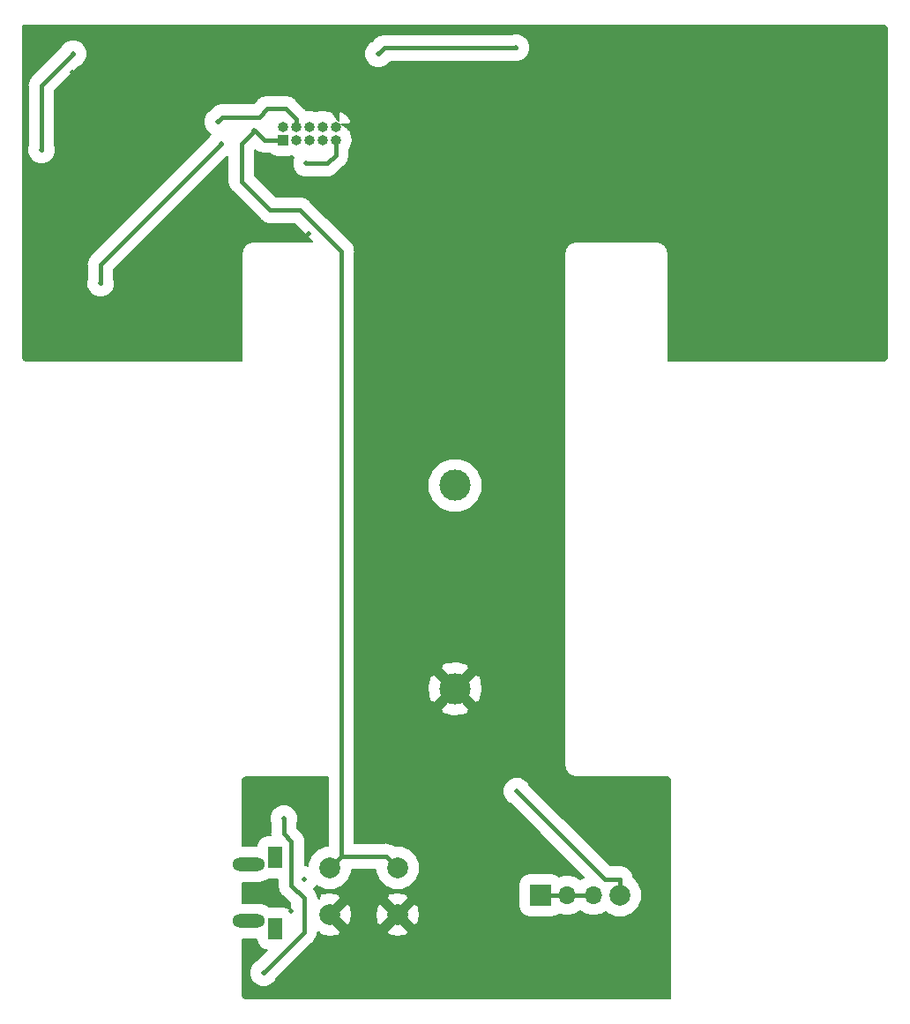
<source format=gbr>
G04 #@! TF.GenerationSoftware,KiCad,Pcbnew,(5.0.0)*
G04 #@! TF.CreationDate,2020-03-01T19:28:45-05:00*
G04 #@! TF.ProjectId,WS2812B Tiny T,575332383132422054696E7920542E6B,rev?*
G04 #@! TF.SameCoordinates,Original*
G04 #@! TF.FileFunction,Copper,L2,Bot,Signal*
G04 #@! TF.FilePolarity,Positive*
%FSLAX46Y46*%
G04 Gerber Fmt 4.6, Leading zero omitted, Abs format (unit mm)*
G04 Created by KiCad (PCBNEW (5.0.0)) date 03/01/20 19:28:45*
%MOMM*%
%LPD*%
G01*
G04 APERTURE LIST*
G04 #@! TA.AperFunction,ComponentPad*
%ADD10C,3.000000*%
G04 #@! TD*
G04 #@! TA.AperFunction,ComponentPad*
%ADD11C,2.000000*%
G04 #@! TD*
G04 #@! TA.AperFunction,ComponentPad*
%ADD12O,1.700000X1.700000*%
G04 #@! TD*
G04 #@! TA.AperFunction,ComponentPad*
%ADD13R,2.000000X2.000000*%
G04 #@! TD*
G04 #@! TA.AperFunction,ComponentPad*
%ADD14O,1.000000X1.000000*%
G04 #@! TD*
G04 #@! TA.AperFunction,ComponentPad*
%ADD15R,1.000000X1.000000*%
G04 #@! TD*
G04 #@! TA.AperFunction,ComponentPad*
%ADD16O,3.150000X1.300000*%
G04 #@! TD*
G04 #@! TA.AperFunction,ComponentPad*
%ADD17R,1.400000X2.000000*%
G04 #@! TD*
G04 #@! TA.AperFunction,ViaPad*
%ADD18C,0.500000*%
G04 #@! TD*
G04 #@! TA.AperFunction,Conductor*
%ADD19C,0.400000*%
G04 #@! TD*
G04 #@! TA.AperFunction,Conductor*
%ADD20C,0.200000*%
G04 #@! TD*
G04 APERTURE END LIST*
D10*
G04 #@! TO.P,J1,1*
G04 #@! TO.N,GND*
X127512000Y-121412000D03*
G04 #@! TO.P,J1,2*
G04 #@! TO.N,Net-(D1-Pad2)*
X127512000Y-101912000D03*
G04 #@! TD*
D11*
G04 #@! TO.P,SW1,1*
G04 #@! TO.N,BTN*
X122000000Y-138622000D03*
G04 #@! TO.P,SW1,2*
G04 #@! TO.N,GND*
X122000000Y-143122000D03*
G04 #@! TO.P,SW1,1*
G04 #@! TO.N,BTN*
X115500000Y-138622000D03*
G04 #@! TO.P,SW1,2*
G04 #@! TO.N,GND*
X115500000Y-143122000D03*
G04 #@! TD*
G04 #@! TO.P,SW2,4*
G04 #@! TO.N,+5V*
X143370000Y-141250000D03*
D12*
G04 #@! TO.P,SW2,3*
G04 #@! TO.N,VIN_Switch*
X140830000Y-141250000D03*
G04 #@! TO.P,SW2,2*
X138290000Y-141250000D03*
D13*
G04 #@! TO.P,SW2,1*
X135750000Y-141250000D03*
G04 #@! TD*
D14*
G04 #@! TO.P,J2,10*
G04 #@! TO.N,GND*
X116060000Y-67480000D03*
G04 #@! TO.P,J2,9*
G04 #@! TO.N,PB0*
X116060000Y-68750000D03*
G04 #@! TO.P,J2,8*
G04 #@! TO.N,N/C*
X114790000Y-67480000D03*
G04 #@! TO.P,J2,7*
G04 #@! TO.N,+5V*
X114790000Y-68750000D03*
G04 #@! TO.P,J2,6*
G04 #@! TO.N,RST*
X113520000Y-67480000D03*
G04 #@! TO.P,J2,5*
G04 #@! TO.N,N/C*
X113520000Y-68750000D03*
G04 #@! TO.P,J2,4*
G04 #@! TO.N,+5V*
X112250000Y-67480000D03*
G04 #@! TO.P,J2,3*
G04 #@! TO.N,DIN*
X112250000Y-68750000D03*
G04 #@! TO.P,J2,2*
G04 #@! TO.N,GND*
X110980000Y-67480000D03*
D15*
G04 #@! TO.P,J2,1*
G04 #@! TO.N,BTN*
X110980000Y-68750000D03*
G04 #@! TD*
D16*
G04 #@! TO.P,USB1,SH*
G04 #@! TO.N,N/C*
X107730000Y-138275000D03*
D17*
X110280000Y-137575000D03*
X110280000Y-144425000D03*
D16*
X107730000Y-143725000D03*
G04 #@! TD*
D18*
G04 #@! TO.N,GND*
X128750000Y-131250000D03*
X125250000Y-141250000D03*
X111750000Y-151000000D03*
X122250000Y-151000000D03*
X134750000Y-151000000D03*
X145500000Y-151000000D03*
X145500000Y-134750000D03*
X135250000Y-135000000D03*
X121750000Y-134750000D03*
X111750000Y-142750000D03*
X112500000Y-134750000D03*
X121750000Y-116250000D03*
X121750000Y-106500000D03*
X135500000Y-106500000D03*
X135500000Y-116250000D03*
X135500000Y-126250000D03*
X121750000Y-126250000D03*
X155750000Y-83000000D03*
X152750000Y-78000000D03*
X144250000Y-77750000D03*
X135000000Y-77750000D03*
X135250000Y-86750000D03*
X135500000Y-96750000D03*
X121750000Y-97000000D03*
X121750000Y-87000000D03*
X122000000Y-77750000D03*
X113500000Y-77750000D03*
X97500000Y-70500000D03*
X104750000Y-77750000D03*
X104750000Y-89000000D03*
X93500000Y-89000000D03*
X99000000Y-83750000D03*
X90750000Y-80000000D03*
X90750000Y-71250000D03*
X90750000Y-62250000D03*
X102250000Y-62250000D03*
X113500000Y-62250000D03*
X123750000Y-62250000D03*
X133750000Y-62250000D03*
X144000000Y-62250000D03*
X155500000Y-62250000D03*
X166250000Y-62250000D03*
X166500000Y-71000000D03*
X166250000Y-80000000D03*
X166250000Y-89000000D03*
X153000000Y-89000000D03*
G04 #@! TO.N,+5V*
X133475100Y-131265800D03*
G04 #@! TO.N,DIN*
X105057300Y-69107000D03*
X93493100Y-82514200D03*
G04 #@! TO.N,Net-(U3-Pad2)*
X87821300Y-69705700D03*
X90846500Y-60470000D03*
G04 #@! TO.N,Net-(U7-Pad2)*
X120176900Y-60470000D03*
X133372700Y-59889600D03*
G04 #@! TO.N,Net-(U29-Pad2)*
X109145000Y-148668500D03*
X111082500Y-133908400D03*
G04 #@! TO.N,VIN_Switch*
X113000000Y-139750000D03*
G04 #@! TO.N,GND*
X118000000Y-133250000D03*
X113500000Y-137500000D03*
G04 #@! TO.N,+5V*
X104724700Y-67000000D03*
G04 #@! TO.N,BTN*
X108250000Y-67865000D03*
G04 #@! TO.N,PB0*
X113250000Y-71000000D03*
G04 #@! TD*
D19*
G04 #@! TO.N,+5V*
X143370000Y-141250000D02*
X143370000Y-139699700D01*
X133475100Y-131265800D02*
X141909000Y-139699700D01*
X141909000Y-139699700D02*
X143370000Y-139699700D01*
G04 #@! TO.N,DIN*
X105057300Y-69107000D02*
X93493100Y-80671200D01*
X93493100Y-80671200D02*
X93493100Y-82514200D01*
G04 #@! TO.N,Net-(U3-Pad2)*
X90846500Y-60470000D02*
X87821300Y-63495200D01*
X87821300Y-63495200D02*
X87821300Y-69705700D01*
G04 #@! TO.N,Net-(U7-Pad2)*
X133372700Y-59889600D02*
X120757300Y-59889600D01*
X120757300Y-59889600D02*
X120176900Y-60470000D01*
G04 #@! TO.N,BTN*
X116603800Y-137518200D02*
X115500000Y-138622000D01*
X122000000Y-138622000D02*
X120896200Y-137518200D01*
X120896200Y-137518200D02*
X116603800Y-137518200D01*
G04 #@! TO.N,VIN_Switch*
X138290000Y-141250000D02*
X140830000Y-141250000D01*
X135750000Y-141250000D02*
X138290000Y-141250000D01*
G04 #@! TO.N,+5V*
X105194701Y-66529999D02*
X108720001Y-66529999D01*
X104724700Y-67000000D02*
X105194701Y-66529999D01*
X108720001Y-66529999D02*
X109500000Y-65750000D01*
X109500000Y-65750000D02*
X111250000Y-65750000D01*
X112250000Y-66750000D02*
X112250000Y-67480000D01*
X111250000Y-65750000D02*
X112250000Y-66750000D01*
G04 #@! TO.N,Net-(U29-Pad2)*
X109145000Y-148668500D02*
X113000000Y-144813500D01*
X113000000Y-144813500D02*
X113000000Y-141500000D01*
X113000000Y-141500000D02*
X111799999Y-140299999D01*
X111799999Y-140299999D02*
X111799999Y-136049999D01*
X111082500Y-135000000D02*
X111082500Y-133908400D01*
X111799999Y-136049999D02*
X111082500Y-135332500D01*
X111082500Y-135332500D02*
X111082500Y-135000000D01*
G04 #@! TO.N,BTN*
X116603800Y-79459100D02*
X116603800Y-137518200D01*
X112629300Y-75484600D02*
X116603800Y-79459100D01*
X109779600Y-75484600D02*
X112629300Y-75484600D01*
X109250000Y-68750000D02*
X108339500Y-67839500D01*
X110980000Y-68750000D02*
X109250000Y-68750000D01*
X108339500Y-67839500D02*
X108276500Y-67839500D01*
X108276500Y-67839500D02*
X106999000Y-69117000D01*
X106999000Y-69117000D02*
X106999000Y-72704000D01*
X106999000Y-72704000D02*
X109779600Y-75484600D01*
G04 #@! TO.N,PB0*
X113250000Y-71000000D02*
X115250000Y-71000000D01*
X116060000Y-70190000D02*
X116060000Y-68750000D01*
X115250000Y-71000000D02*
X116060000Y-70190000D01*
G04 #@! TD*
D20*
G04 #@! TO.N,GND*
G36*
X168763810Y-57787609D02*
X168859996Y-57839509D01*
X168934186Y-57919767D01*
X168987935Y-58041345D01*
X169005000Y-58176426D01*
X169005001Y-89501378D01*
X168970891Y-89706310D01*
X168918991Y-89802497D01*
X168838734Y-89876685D01*
X168717155Y-89930435D01*
X168582074Y-89947500D01*
X147987000Y-89947500D01*
X147987000Y-79808224D01*
X148010019Y-79692500D01*
X147918825Y-79234038D01*
X147659127Y-78845373D01*
X147270462Y-78585675D01*
X146927724Y-78517500D01*
X146812000Y-78494481D01*
X146696276Y-78517500D01*
X139307724Y-78517500D01*
X139192000Y-78494481D01*
X139076276Y-78517500D01*
X138733538Y-78585675D01*
X138344873Y-78845373D01*
X138085175Y-79234038D01*
X137993981Y-79692500D01*
X138017000Y-79808224D01*
X138017001Y-128598771D01*
X137993981Y-128714500D01*
X138085175Y-129172962D01*
X138344873Y-129561627D01*
X138733538Y-129821325D01*
X139076276Y-129889500D01*
X139192000Y-129912519D01*
X139307724Y-129889500D01*
X147730883Y-129889500D01*
X147935810Y-129923609D01*
X148031996Y-129975509D01*
X148106186Y-130055767D01*
X148159935Y-130177345D01*
X148177000Y-130312426D01*
X148177001Y-150963697D01*
X148154238Y-151092792D01*
X148140890Y-151115912D01*
X148120436Y-151133074D01*
X148046021Y-151160159D01*
X148030697Y-151161500D01*
X107539116Y-151161500D01*
X107334190Y-151127391D01*
X107238003Y-151075491D01*
X107163815Y-150995234D01*
X107110065Y-150873655D01*
X107093000Y-150738574D01*
X107093000Y-145475000D01*
X108468396Y-145475000D01*
X108543823Y-145854199D01*
X108786944Y-146218056D01*
X109150801Y-146461177D01*
X109453613Y-146521410D01*
X108501000Y-147474024D01*
X108380286Y-147524025D01*
X108000525Y-147903786D01*
X107795000Y-148399968D01*
X107795000Y-148937032D01*
X108000525Y-149433214D01*
X108380286Y-149812975D01*
X108876468Y-150018500D01*
X109413532Y-150018500D01*
X109909714Y-149812975D01*
X110289475Y-149433214D01*
X110339476Y-149312500D01*
X113828706Y-145823272D01*
X113937247Y-145750747D01*
X114009772Y-145642206D01*
X114009774Y-145642204D01*
X114154905Y-145425000D01*
X114224573Y-145320735D01*
X114300000Y-144941537D01*
X114300000Y-144941532D01*
X114313370Y-144874318D01*
X114493952Y-144693736D01*
X114587233Y-145058838D01*
X115397909Y-145260706D01*
X116224128Y-145136975D01*
X116412767Y-145058838D01*
X116506049Y-144693734D01*
X120993951Y-144693734D01*
X121087233Y-145058838D01*
X121897909Y-145260706D01*
X122724128Y-145136975D01*
X122912767Y-145058838D01*
X123006049Y-144693734D01*
X122000000Y-143687685D01*
X120993951Y-144693734D01*
X116506049Y-144693734D01*
X115500000Y-143687685D01*
X115485858Y-143701828D01*
X114920173Y-143136143D01*
X114934315Y-143122000D01*
X116065685Y-143122000D01*
X117071734Y-144128049D01*
X117436838Y-144034767D01*
X117638706Y-143224091D01*
X117608129Y-143019909D01*
X119861294Y-143019909D01*
X119985025Y-143846128D01*
X120063162Y-144034767D01*
X120428266Y-144128049D01*
X121434315Y-143122000D01*
X122565685Y-143122000D01*
X123571734Y-144128049D01*
X123936838Y-144034767D01*
X124138706Y-143224091D01*
X124014975Y-142397872D01*
X123936838Y-142209233D01*
X123571734Y-142115951D01*
X122565685Y-143122000D01*
X121434315Y-143122000D01*
X120428266Y-142115951D01*
X120063162Y-142209233D01*
X119861294Y-143019909D01*
X117608129Y-143019909D01*
X117514975Y-142397872D01*
X117436838Y-142209233D01*
X117071734Y-142115951D01*
X116065685Y-143122000D01*
X114934315Y-143122000D01*
X114920173Y-143107858D01*
X115485858Y-142542173D01*
X115500000Y-142556315D01*
X116506049Y-141550266D01*
X120993951Y-141550266D01*
X122000000Y-142556315D01*
X123006049Y-141550266D01*
X122912767Y-141185162D01*
X122102091Y-140983294D01*
X121275872Y-141107025D01*
X121087233Y-141185162D01*
X120993951Y-141550266D01*
X116506049Y-141550266D01*
X116412767Y-141185162D01*
X115602091Y-140983294D01*
X114775872Y-141107025D01*
X114587233Y-141185162D01*
X114493952Y-141550264D01*
X114296114Y-141352426D01*
X114224573Y-140992765D01*
X114001009Y-140658180D01*
X114144475Y-140514714D01*
X114226014Y-140317862D01*
X114310446Y-140402294D01*
X115082284Y-140722000D01*
X115917716Y-140722000D01*
X116689554Y-140402294D01*
X117280294Y-139811554D01*
X117600000Y-139039716D01*
X117600000Y-138818200D01*
X119900000Y-138818200D01*
X119900000Y-139039716D01*
X120219706Y-139811554D01*
X120810446Y-140402294D01*
X121582284Y-140722000D01*
X122417716Y-140722000D01*
X123189554Y-140402294D01*
X123780294Y-139811554D01*
X124100000Y-139039716D01*
X124100000Y-138204284D01*
X123780294Y-137432446D01*
X123189554Y-136841706D01*
X122417716Y-136522000D01*
X121745218Y-136522000D01*
X121403435Y-136293627D01*
X121024237Y-136218200D01*
X121024233Y-136218200D01*
X120896200Y-136192733D01*
X120768167Y-136218200D01*
X117903800Y-136218200D01*
X117903800Y-130997268D01*
X132125100Y-130997268D01*
X132125100Y-131534332D01*
X132330625Y-132030514D01*
X132710386Y-132410275D01*
X132831100Y-132460276D01*
X139898193Y-139527370D01*
X139560000Y-139753343D01*
X139050852Y-139413141D01*
X138482054Y-139300000D01*
X138097946Y-139300000D01*
X137529148Y-139413141D01*
X137503324Y-139430396D01*
X137179199Y-139213823D01*
X136750000Y-139128450D01*
X134750000Y-139128450D01*
X134320801Y-139213823D01*
X133956944Y-139456944D01*
X133713823Y-139820801D01*
X133628450Y-140250000D01*
X133628450Y-142250000D01*
X133713823Y-142679199D01*
X133956944Y-143043056D01*
X134320801Y-143286177D01*
X134750000Y-143371550D01*
X136750000Y-143371550D01*
X137179199Y-143286177D01*
X137503324Y-143069604D01*
X137529148Y-143086859D01*
X138097946Y-143200000D01*
X138482054Y-143200000D01*
X139050852Y-143086859D01*
X139560000Y-142746657D01*
X140069148Y-143086859D01*
X140637946Y-143200000D01*
X141022054Y-143200000D01*
X141590852Y-143086859D01*
X141978196Y-142828044D01*
X142180446Y-143030294D01*
X142952284Y-143350000D01*
X143787716Y-143350000D01*
X144559554Y-143030294D01*
X145150294Y-142439554D01*
X145470000Y-141667716D01*
X145470000Y-140832284D01*
X145150294Y-140060446D01*
X144672108Y-139582260D01*
X144649720Y-139469706D01*
X144594573Y-139192465D01*
X144307247Y-138762453D01*
X143877235Y-138475127D01*
X143370000Y-138374232D01*
X143241964Y-138399700D01*
X142447477Y-138399700D01*
X134669576Y-130621800D01*
X134619575Y-130501086D01*
X134239814Y-130121325D01*
X133743632Y-129915800D01*
X133206568Y-129915800D01*
X132710386Y-130121325D01*
X132330625Y-130501086D01*
X132125100Y-130997268D01*
X117903800Y-130997268D01*
X117903800Y-123350904D01*
X126138782Y-123350904D01*
X126295266Y-123767211D01*
X127289185Y-124053556D01*
X128317026Y-123937747D01*
X128728734Y-123767211D01*
X128885218Y-123350904D01*
X127512000Y-121977685D01*
X126138782Y-123350904D01*
X117903800Y-123350904D01*
X117903800Y-121189185D01*
X124870444Y-121189185D01*
X124986253Y-122217026D01*
X125156789Y-122628734D01*
X125573096Y-122785218D01*
X126946315Y-121412000D01*
X128077685Y-121412000D01*
X129450904Y-122785218D01*
X129867211Y-122628734D01*
X130153556Y-121634815D01*
X130037747Y-120606974D01*
X129867211Y-120195266D01*
X129450904Y-120038782D01*
X128077685Y-121412000D01*
X126946315Y-121412000D01*
X125573096Y-120038782D01*
X125156789Y-120195266D01*
X124870444Y-121189185D01*
X117903800Y-121189185D01*
X117903800Y-119473096D01*
X126138782Y-119473096D01*
X127512000Y-120846315D01*
X128885218Y-119473096D01*
X128728734Y-119056789D01*
X127734815Y-118770444D01*
X126706974Y-118886253D01*
X126295266Y-119056789D01*
X126138782Y-119473096D01*
X117903800Y-119473096D01*
X117903800Y-101394828D01*
X124912000Y-101394828D01*
X124912000Y-102429172D01*
X125307826Y-103384782D01*
X126039218Y-104116174D01*
X126994828Y-104512000D01*
X128029172Y-104512000D01*
X128984782Y-104116174D01*
X129716174Y-103384782D01*
X130112000Y-102429172D01*
X130112000Y-101394828D01*
X129716174Y-100439218D01*
X128984782Y-99707826D01*
X128029172Y-99312000D01*
X126994828Y-99312000D01*
X126039218Y-99707826D01*
X125307826Y-100439218D01*
X124912000Y-101394828D01*
X117903800Y-101394828D01*
X117903800Y-79587133D01*
X117929267Y-79459100D01*
X117903800Y-79331067D01*
X117903800Y-79331063D01*
X117828373Y-78951865D01*
X117541047Y-78521853D01*
X117432503Y-78449326D01*
X113639076Y-74655900D01*
X113566547Y-74547353D01*
X113136535Y-74260027D01*
X112757337Y-74184600D01*
X112757333Y-74184600D01*
X112629300Y-74159133D01*
X112501267Y-74184600D01*
X110318078Y-74184600D01*
X108299000Y-72165524D01*
X108299000Y-69666664D01*
X108312753Y-69687247D01*
X108421294Y-69759772D01*
X108421296Y-69759774D01*
X108531990Y-69833737D01*
X108742765Y-69974573D01*
X109121963Y-70050000D01*
X109121968Y-70050000D01*
X109249999Y-70075467D01*
X109378031Y-70050000D01*
X109697336Y-70050000D01*
X110050801Y-70286177D01*
X110480000Y-70371550D01*
X111480000Y-70371550D01*
X111840379Y-70299866D01*
X112060628Y-70343677D01*
X111900000Y-70731468D01*
X111900000Y-71268532D01*
X112105525Y-71764714D01*
X112485286Y-72144475D01*
X112981468Y-72350000D01*
X113518532Y-72350000D01*
X113639243Y-72300000D01*
X115121967Y-72300000D01*
X115250000Y-72325467D01*
X115378033Y-72300000D01*
X115378037Y-72300000D01*
X115757235Y-72224573D01*
X116187247Y-71937247D01*
X116259776Y-71828700D01*
X116888700Y-71199776D01*
X116997247Y-71127247D01*
X117284573Y-70697235D01*
X117360000Y-70318037D01*
X117360000Y-70318033D01*
X117385467Y-70190000D01*
X117360000Y-70061967D01*
X117360000Y-69684335D01*
X117567166Y-69374289D01*
X117691345Y-68750000D01*
X117567166Y-68125711D01*
X117528963Y-68068536D01*
X117581800Y-67974146D01*
X117365366Y-67730000D01*
X117302760Y-67730000D01*
X117213535Y-67596465D01*
X116684289Y-67242834D01*
X116619768Y-67230000D01*
X117365366Y-67230000D01*
X117581800Y-66985854D01*
X117276858Y-66441101D01*
X116786661Y-66054511D01*
X116554143Y-65958217D01*
X116310000Y-66178799D01*
X116310000Y-66920232D01*
X116297166Y-66855711D01*
X115943535Y-66326465D01*
X115810000Y-66237240D01*
X115810000Y-66178799D01*
X115565857Y-65958217D01*
X115458780Y-66002562D01*
X115414289Y-65972834D01*
X114947582Y-65880000D01*
X114632418Y-65880000D01*
X114165711Y-65972834D01*
X114155000Y-65979991D01*
X114144289Y-65972834D01*
X113677582Y-65880000D01*
X113362418Y-65880000D01*
X113247459Y-65902867D01*
X113187247Y-65812753D01*
X113078703Y-65740226D01*
X112259776Y-64921300D01*
X112187247Y-64812753D01*
X111757235Y-64525427D01*
X111378037Y-64450000D01*
X111378033Y-64450000D01*
X111250000Y-64424533D01*
X111121967Y-64450000D01*
X109628032Y-64450000D01*
X109499999Y-64424533D01*
X109371966Y-64450000D01*
X109371963Y-64450000D01*
X108992765Y-64525427D01*
X108562753Y-64812753D01*
X108490225Y-64921298D01*
X108181525Y-65229999D01*
X105322734Y-65229999D01*
X105194701Y-65204532D01*
X105066668Y-65229999D01*
X105066664Y-65229999D01*
X104687466Y-65305426D01*
X104257454Y-65592752D01*
X104184925Y-65701299D01*
X104080701Y-65805523D01*
X103959986Y-65855525D01*
X103580225Y-66235286D01*
X103374700Y-66731468D01*
X103374700Y-67268532D01*
X103580225Y-67764714D01*
X103959986Y-68144475D01*
X104066512Y-68188599D01*
X103912825Y-68342286D01*
X103862825Y-68462997D01*
X92664400Y-79661424D01*
X92555853Y-79733953D01*
X92268527Y-80163966D01*
X92193100Y-80543164D01*
X92193100Y-80543167D01*
X92167633Y-80671200D01*
X92193100Y-80799233D01*
X92193101Y-82124955D01*
X92143100Y-82245668D01*
X92143100Y-82782732D01*
X92348625Y-83278914D01*
X92728386Y-83658675D01*
X93224568Y-83864200D01*
X93761632Y-83864200D01*
X94257814Y-83658675D01*
X94637575Y-83278914D01*
X94843100Y-82782732D01*
X94843100Y-82245668D01*
X94793100Y-82124957D01*
X94793100Y-81209676D01*
X105699000Y-70303778D01*
X105699001Y-72575963D01*
X105673533Y-72704000D01*
X105774427Y-73211234D01*
X105774428Y-73211235D01*
X106061754Y-73641247D01*
X106170298Y-73713774D01*
X108769828Y-76313305D01*
X108842353Y-76421847D01*
X108950894Y-76494372D01*
X108950896Y-76494374D01*
X109272365Y-76709173D01*
X109651563Y-76784600D01*
X109651566Y-76784600D01*
X109779599Y-76810067D01*
X109907632Y-76784600D01*
X112090824Y-76784600D01*
X113823723Y-78517500D01*
X108319724Y-78517500D01*
X108204000Y-78494481D01*
X108088276Y-78517500D01*
X107745538Y-78585675D01*
X107356873Y-78845373D01*
X107097175Y-79234038D01*
X107005981Y-79692500D01*
X107029000Y-79808224D01*
X107029001Y-89947500D01*
X86457116Y-89947500D01*
X86252190Y-89913391D01*
X86156003Y-89861491D01*
X86081815Y-89781234D01*
X86028065Y-89659655D01*
X86011000Y-89524574D01*
X86011000Y-69437168D01*
X86471300Y-69437168D01*
X86471300Y-69974232D01*
X86676825Y-70470414D01*
X87056586Y-70850175D01*
X87552768Y-71055700D01*
X88089832Y-71055700D01*
X88586014Y-70850175D01*
X88965775Y-70470414D01*
X89171300Y-69974232D01*
X89171300Y-69437168D01*
X89121300Y-69316457D01*
X89121300Y-64033676D01*
X91490501Y-61664476D01*
X91611214Y-61614475D01*
X91990975Y-61234714D01*
X92196500Y-60738532D01*
X92196500Y-60201468D01*
X118826900Y-60201468D01*
X118826900Y-60738532D01*
X119032425Y-61234714D01*
X119412186Y-61614475D01*
X119908368Y-61820000D01*
X120445432Y-61820000D01*
X120941614Y-61614475D01*
X121321375Y-61234714D01*
X121340062Y-61189600D01*
X132983457Y-61189600D01*
X133104168Y-61239600D01*
X133641232Y-61239600D01*
X134137414Y-61034075D01*
X134517175Y-60654314D01*
X134722700Y-60158132D01*
X134722700Y-59621068D01*
X134517175Y-59124886D01*
X134137414Y-58745125D01*
X133641232Y-58539600D01*
X133104168Y-58539600D01*
X132983457Y-58589600D01*
X120885333Y-58589600D01*
X120757300Y-58564133D01*
X120629267Y-58589600D01*
X120629263Y-58589600D01*
X120250065Y-58665027D01*
X119820053Y-58952353D01*
X119747524Y-59060900D01*
X119532901Y-59275523D01*
X119412186Y-59325525D01*
X119032425Y-59705286D01*
X118826900Y-60201468D01*
X92196500Y-60201468D01*
X91990975Y-59705286D01*
X91611214Y-59325525D01*
X91115032Y-59120000D01*
X90577968Y-59120000D01*
X90081786Y-59325525D01*
X89702025Y-59705286D01*
X89652024Y-59825999D01*
X86992600Y-62485424D01*
X86884053Y-62557953D01*
X86596727Y-62987966D01*
X86521300Y-63367164D01*
X86521300Y-63367167D01*
X86495833Y-63495200D01*
X86521300Y-63623233D01*
X86521301Y-69316455D01*
X86471300Y-69437168D01*
X86011000Y-69437168D01*
X86011000Y-57753500D01*
X168558883Y-57753500D01*
X168763810Y-57787609D01*
X168763810Y-57787609D01*
G37*
X168763810Y-57787609D02*
X168859996Y-57839509D01*
X168934186Y-57919767D01*
X168987935Y-58041345D01*
X169005000Y-58176426D01*
X169005001Y-89501378D01*
X168970891Y-89706310D01*
X168918991Y-89802497D01*
X168838734Y-89876685D01*
X168717155Y-89930435D01*
X168582074Y-89947500D01*
X147987000Y-89947500D01*
X147987000Y-79808224D01*
X148010019Y-79692500D01*
X147918825Y-79234038D01*
X147659127Y-78845373D01*
X147270462Y-78585675D01*
X146927724Y-78517500D01*
X146812000Y-78494481D01*
X146696276Y-78517500D01*
X139307724Y-78517500D01*
X139192000Y-78494481D01*
X139076276Y-78517500D01*
X138733538Y-78585675D01*
X138344873Y-78845373D01*
X138085175Y-79234038D01*
X137993981Y-79692500D01*
X138017000Y-79808224D01*
X138017001Y-128598771D01*
X137993981Y-128714500D01*
X138085175Y-129172962D01*
X138344873Y-129561627D01*
X138733538Y-129821325D01*
X139076276Y-129889500D01*
X139192000Y-129912519D01*
X139307724Y-129889500D01*
X147730883Y-129889500D01*
X147935810Y-129923609D01*
X148031996Y-129975509D01*
X148106186Y-130055767D01*
X148159935Y-130177345D01*
X148177000Y-130312426D01*
X148177001Y-150963697D01*
X148154238Y-151092792D01*
X148140890Y-151115912D01*
X148120436Y-151133074D01*
X148046021Y-151160159D01*
X148030697Y-151161500D01*
X107539116Y-151161500D01*
X107334190Y-151127391D01*
X107238003Y-151075491D01*
X107163815Y-150995234D01*
X107110065Y-150873655D01*
X107093000Y-150738574D01*
X107093000Y-145475000D01*
X108468396Y-145475000D01*
X108543823Y-145854199D01*
X108786944Y-146218056D01*
X109150801Y-146461177D01*
X109453613Y-146521410D01*
X108501000Y-147474024D01*
X108380286Y-147524025D01*
X108000525Y-147903786D01*
X107795000Y-148399968D01*
X107795000Y-148937032D01*
X108000525Y-149433214D01*
X108380286Y-149812975D01*
X108876468Y-150018500D01*
X109413532Y-150018500D01*
X109909714Y-149812975D01*
X110289475Y-149433214D01*
X110339476Y-149312500D01*
X113828706Y-145823272D01*
X113937247Y-145750747D01*
X114009772Y-145642206D01*
X114009774Y-145642204D01*
X114154905Y-145425000D01*
X114224573Y-145320735D01*
X114300000Y-144941537D01*
X114300000Y-144941532D01*
X114313370Y-144874318D01*
X114493952Y-144693736D01*
X114587233Y-145058838D01*
X115397909Y-145260706D01*
X116224128Y-145136975D01*
X116412767Y-145058838D01*
X116506049Y-144693734D01*
X120993951Y-144693734D01*
X121087233Y-145058838D01*
X121897909Y-145260706D01*
X122724128Y-145136975D01*
X122912767Y-145058838D01*
X123006049Y-144693734D01*
X122000000Y-143687685D01*
X120993951Y-144693734D01*
X116506049Y-144693734D01*
X115500000Y-143687685D01*
X115485858Y-143701828D01*
X114920173Y-143136143D01*
X114934315Y-143122000D01*
X116065685Y-143122000D01*
X117071734Y-144128049D01*
X117436838Y-144034767D01*
X117638706Y-143224091D01*
X117608129Y-143019909D01*
X119861294Y-143019909D01*
X119985025Y-143846128D01*
X120063162Y-144034767D01*
X120428266Y-144128049D01*
X121434315Y-143122000D01*
X122565685Y-143122000D01*
X123571734Y-144128049D01*
X123936838Y-144034767D01*
X124138706Y-143224091D01*
X124014975Y-142397872D01*
X123936838Y-142209233D01*
X123571734Y-142115951D01*
X122565685Y-143122000D01*
X121434315Y-143122000D01*
X120428266Y-142115951D01*
X120063162Y-142209233D01*
X119861294Y-143019909D01*
X117608129Y-143019909D01*
X117514975Y-142397872D01*
X117436838Y-142209233D01*
X117071734Y-142115951D01*
X116065685Y-143122000D01*
X114934315Y-143122000D01*
X114920173Y-143107858D01*
X115485858Y-142542173D01*
X115500000Y-142556315D01*
X116506049Y-141550266D01*
X120993951Y-141550266D01*
X122000000Y-142556315D01*
X123006049Y-141550266D01*
X122912767Y-141185162D01*
X122102091Y-140983294D01*
X121275872Y-141107025D01*
X121087233Y-141185162D01*
X120993951Y-141550266D01*
X116506049Y-141550266D01*
X116412767Y-141185162D01*
X115602091Y-140983294D01*
X114775872Y-141107025D01*
X114587233Y-141185162D01*
X114493952Y-141550264D01*
X114296114Y-141352426D01*
X114224573Y-140992765D01*
X114001009Y-140658180D01*
X114144475Y-140514714D01*
X114226014Y-140317862D01*
X114310446Y-140402294D01*
X115082284Y-140722000D01*
X115917716Y-140722000D01*
X116689554Y-140402294D01*
X117280294Y-139811554D01*
X117600000Y-139039716D01*
X117600000Y-138818200D01*
X119900000Y-138818200D01*
X119900000Y-139039716D01*
X120219706Y-139811554D01*
X120810446Y-140402294D01*
X121582284Y-140722000D01*
X122417716Y-140722000D01*
X123189554Y-140402294D01*
X123780294Y-139811554D01*
X124100000Y-139039716D01*
X124100000Y-138204284D01*
X123780294Y-137432446D01*
X123189554Y-136841706D01*
X122417716Y-136522000D01*
X121745218Y-136522000D01*
X121403435Y-136293627D01*
X121024237Y-136218200D01*
X121024233Y-136218200D01*
X120896200Y-136192733D01*
X120768167Y-136218200D01*
X117903800Y-136218200D01*
X117903800Y-130997268D01*
X132125100Y-130997268D01*
X132125100Y-131534332D01*
X132330625Y-132030514D01*
X132710386Y-132410275D01*
X132831100Y-132460276D01*
X139898193Y-139527370D01*
X139560000Y-139753343D01*
X139050852Y-139413141D01*
X138482054Y-139300000D01*
X138097946Y-139300000D01*
X137529148Y-139413141D01*
X137503324Y-139430396D01*
X137179199Y-139213823D01*
X136750000Y-139128450D01*
X134750000Y-139128450D01*
X134320801Y-139213823D01*
X133956944Y-139456944D01*
X133713823Y-139820801D01*
X133628450Y-140250000D01*
X133628450Y-142250000D01*
X133713823Y-142679199D01*
X133956944Y-143043056D01*
X134320801Y-143286177D01*
X134750000Y-143371550D01*
X136750000Y-143371550D01*
X137179199Y-143286177D01*
X137503324Y-143069604D01*
X137529148Y-143086859D01*
X138097946Y-143200000D01*
X138482054Y-143200000D01*
X139050852Y-143086859D01*
X139560000Y-142746657D01*
X140069148Y-143086859D01*
X140637946Y-143200000D01*
X141022054Y-143200000D01*
X141590852Y-143086859D01*
X141978196Y-142828044D01*
X142180446Y-143030294D01*
X142952284Y-143350000D01*
X143787716Y-143350000D01*
X144559554Y-143030294D01*
X145150294Y-142439554D01*
X145470000Y-141667716D01*
X145470000Y-140832284D01*
X145150294Y-140060446D01*
X144672108Y-139582260D01*
X144649720Y-139469706D01*
X144594573Y-139192465D01*
X144307247Y-138762453D01*
X143877235Y-138475127D01*
X143370000Y-138374232D01*
X143241964Y-138399700D01*
X142447477Y-138399700D01*
X134669576Y-130621800D01*
X134619575Y-130501086D01*
X134239814Y-130121325D01*
X133743632Y-129915800D01*
X133206568Y-129915800D01*
X132710386Y-130121325D01*
X132330625Y-130501086D01*
X132125100Y-130997268D01*
X117903800Y-130997268D01*
X117903800Y-123350904D01*
X126138782Y-123350904D01*
X126295266Y-123767211D01*
X127289185Y-124053556D01*
X128317026Y-123937747D01*
X128728734Y-123767211D01*
X128885218Y-123350904D01*
X127512000Y-121977685D01*
X126138782Y-123350904D01*
X117903800Y-123350904D01*
X117903800Y-121189185D01*
X124870444Y-121189185D01*
X124986253Y-122217026D01*
X125156789Y-122628734D01*
X125573096Y-122785218D01*
X126946315Y-121412000D01*
X128077685Y-121412000D01*
X129450904Y-122785218D01*
X129867211Y-122628734D01*
X130153556Y-121634815D01*
X130037747Y-120606974D01*
X129867211Y-120195266D01*
X129450904Y-120038782D01*
X128077685Y-121412000D01*
X126946315Y-121412000D01*
X125573096Y-120038782D01*
X125156789Y-120195266D01*
X124870444Y-121189185D01*
X117903800Y-121189185D01*
X117903800Y-119473096D01*
X126138782Y-119473096D01*
X127512000Y-120846315D01*
X128885218Y-119473096D01*
X128728734Y-119056789D01*
X127734815Y-118770444D01*
X126706974Y-118886253D01*
X126295266Y-119056789D01*
X126138782Y-119473096D01*
X117903800Y-119473096D01*
X117903800Y-101394828D01*
X124912000Y-101394828D01*
X124912000Y-102429172D01*
X125307826Y-103384782D01*
X126039218Y-104116174D01*
X126994828Y-104512000D01*
X128029172Y-104512000D01*
X128984782Y-104116174D01*
X129716174Y-103384782D01*
X130112000Y-102429172D01*
X130112000Y-101394828D01*
X129716174Y-100439218D01*
X128984782Y-99707826D01*
X128029172Y-99312000D01*
X126994828Y-99312000D01*
X126039218Y-99707826D01*
X125307826Y-100439218D01*
X124912000Y-101394828D01*
X117903800Y-101394828D01*
X117903800Y-79587133D01*
X117929267Y-79459100D01*
X117903800Y-79331067D01*
X117903800Y-79331063D01*
X117828373Y-78951865D01*
X117541047Y-78521853D01*
X117432503Y-78449326D01*
X113639076Y-74655900D01*
X113566547Y-74547353D01*
X113136535Y-74260027D01*
X112757337Y-74184600D01*
X112757333Y-74184600D01*
X112629300Y-74159133D01*
X112501267Y-74184600D01*
X110318078Y-74184600D01*
X108299000Y-72165524D01*
X108299000Y-69666664D01*
X108312753Y-69687247D01*
X108421294Y-69759772D01*
X108421296Y-69759774D01*
X108531990Y-69833737D01*
X108742765Y-69974573D01*
X109121963Y-70050000D01*
X109121968Y-70050000D01*
X109249999Y-70075467D01*
X109378031Y-70050000D01*
X109697336Y-70050000D01*
X110050801Y-70286177D01*
X110480000Y-70371550D01*
X111480000Y-70371550D01*
X111840379Y-70299866D01*
X112060628Y-70343677D01*
X111900000Y-70731468D01*
X111900000Y-71268532D01*
X112105525Y-71764714D01*
X112485286Y-72144475D01*
X112981468Y-72350000D01*
X113518532Y-72350000D01*
X113639243Y-72300000D01*
X115121967Y-72300000D01*
X115250000Y-72325467D01*
X115378033Y-72300000D01*
X115378037Y-72300000D01*
X115757235Y-72224573D01*
X116187247Y-71937247D01*
X116259776Y-71828700D01*
X116888700Y-71199776D01*
X116997247Y-71127247D01*
X117284573Y-70697235D01*
X117360000Y-70318037D01*
X117360000Y-70318033D01*
X117385467Y-70190000D01*
X117360000Y-70061967D01*
X117360000Y-69684335D01*
X117567166Y-69374289D01*
X117691345Y-68750000D01*
X117567166Y-68125711D01*
X117528963Y-68068536D01*
X117581800Y-67974146D01*
X117365366Y-67730000D01*
X117302760Y-67730000D01*
X117213535Y-67596465D01*
X116684289Y-67242834D01*
X116619768Y-67230000D01*
X117365366Y-67230000D01*
X117581800Y-66985854D01*
X117276858Y-66441101D01*
X116786661Y-66054511D01*
X116554143Y-65958217D01*
X116310000Y-66178799D01*
X116310000Y-66920232D01*
X116297166Y-66855711D01*
X115943535Y-66326465D01*
X115810000Y-66237240D01*
X115810000Y-66178799D01*
X115565857Y-65958217D01*
X115458780Y-66002562D01*
X115414289Y-65972834D01*
X114947582Y-65880000D01*
X114632418Y-65880000D01*
X114165711Y-65972834D01*
X114155000Y-65979991D01*
X114144289Y-65972834D01*
X113677582Y-65880000D01*
X113362418Y-65880000D01*
X113247459Y-65902867D01*
X113187247Y-65812753D01*
X113078703Y-65740226D01*
X112259776Y-64921300D01*
X112187247Y-64812753D01*
X111757235Y-64525427D01*
X111378037Y-64450000D01*
X111378033Y-64450000D01*
X111250000Y-64424533D01*
X111121967Y-64450000D01*
X109628032Y-64450000D01*
X109499999Y-64424533D01*
X109371966Y-64450000D01*
X109371963Y-64450000D01*
X108992765Y-64525427D01*
X108562753Y-64812753D01*
X108490225Y-64921298D01*
X108181525Y-65229999D01*
X105322734Y-65229999D01*
X105194701Y-65204532D01*
X105066668Y-65229999D01*
X105066664Y-65229999D01*
X104687466Y-65305426D01*
X104257454Y-65592752D01*
X104184925Y-65701299D01*
X104080701Y-65805523D01*
X103959986Y-65855525D01*
X103580225Y-66235286D01*
X103374700Y-66731468D01*
X103374700Y-67268532D01*
X103580225Y-67764714D01*
X103959986Y-68144475D01*
X104066512Y-68188599D01*
X103912825Y-68342286D01*
X103862825Y-68462997D01*
X92664400Y-79661424D01*
X92555853Y-79733953D01*
X92268527Y-80163966D01*
X92193100Y-80543164D01*
X92193100Y-80543167D01*
X92167633Y-80671200D01*
X92193100Y-80799233D01*
X92193101Y-82124955D01*
X92143100Y-82245668D01*
X92143100Y-82782732D01*
X92348625Y-83278914D01*
X92728386Y-83658675D01*
X93224568Y-83864200D01*
X93761632Y-83864200D01*
X94257814Y-83658675D01*
X94637575Y-83278914D01*
X94843100Y-82782732D01*
X94843100Y-82245668D01*
X94793100Y-82124957D01*
X94793100Y-81209676D01*
X105699000Y-70303778D01*
X105699001Y-72575963D01*
X105673533Y-72704000D01*
X105774427Y-73211234D01*
X105774428Y-73211235D01*
X106061754Y-73641247D01*
X106170298Y-73713774D01*
X108769828Y-76313305D01*
X108842353Y-76421847D01*
X108950894Y-76494372D01*
X108950896Y-76494374D01*
X109272365Y-76709173D01*
X109651563Y-76784600D01*
X109651566Y-76784600D01*
X109779599Y-76810067D01*
X109907632Y-76784600D01*
X112090824Y-76784600D01*
X113823723Y-78517500D01*
X108319724Y-78517500D01*
X108204000Y-78494481D01*
X108088276Y-78517500D01*
X107745538Y-78585675D01*
X107356873Y-78845373D01*
X107097175Y-79234038D01*
X107005981Y-79692500D01*
X107029000Y-79808224D01*
X107029001Y-89947500D01*
X86457116Y-89947500D01*
X86252190Y-89913391D01*
X86156003Y-89861491D01*
X86081815Y-89781234D01*
X86028065Y-89659655D01*
X86011000Y-89524574D01*
X86011000Y-69437168D01*
X86471300Y-69437168D01*
X86471300Y-69974232D01*
X86676825Y-70470414D01*
X87056586Y-70850175D01*
X87552768Y-71055700D01*
X88089832Y-71055700D01*
X88586014Y-70850175D01*
X88965775Y-70470414D01*
X89171300Y-69974232D01*
X89171300Y-69437168D01*
X89121300Y-69316457D01*
X89121300Y-64033676D01*
X91490501Y-61664476D01*
X91611214Y-61614475D01*
X91990975Y-61234714D01*
X92196500Y-60738532D01*
X92196500Y-60201468D01*
X118826900Y-60201468D01*
X118826900Y-60738532D01*
X119032425Y-61234714D01*
X119412186Y-61614475D01*
X119908368Y-61820000D01*
X120445432Y-61820000D01*
X120941614Y-61614475D01*
X121321375Y-61234714D01*
X121340062Y-61189600D01*
X132983457Y-61189600D01*
X133104168Y-61239600D01*
X133641232Y-61239600D01*
X134137414Y-61034075D01*
X134517175Y-60654314D01*
X134722700Y-60158132D01*
X134722700Y-59621068D01*
X134517175Y-59124886D01*
X134137414Y-58745125D01*
X133641232Y-58539600D01*
X133104168Y-58539600D01*
X132983457Y-58589600D01*
X120885333Y-58589600D01*
X120757300Y-58564133D01*
X120629267Y-58589600D01*
X120629263Y-58589600D01*
X120250065Y-58665027D01*
X119820053Y-58952353D01*
X119747524Y-59060900D01*
X119532901Y-59275523D01*
X119412186Y-59325525D01*
X119032425Y-59705286D01*
X118826900Y-60201468D01*
X92196500Y-60201468D01*
X91990975Y-59705286D01*
X91611214Y-59325525D01*
X91115032Y-59120000D01*
X90577968Y-59120000D01*
X90081786Y-59325525D01*
X89702025Y-59705286D01*
X89652024Y-59825999D01*
X86992600Y-62485424D01*
X86884053Y-62557953D01*
X86596727Y-62987966D01*
X86521300Y-63367164D01*
X86521300Y-63367167D01*
X86495833Y-63495200D01*
X86521300Y-63623233D01*
X86521301Y-69316455D01*
X86471300Y-69437168D01*
X86011000Y-69437168D01*
X86011000Y-57753500D01*
X168558883Y-57753500D01*
X168763810Y-57787609D01*
G36*
X110499999Y-140171966D02*
X110474532Y-140299999D01*
X110499999Y-140428032D01*
X110499999Y-140428035D01*
X110575426Y-140807233D01*
X110862752Y-141237246D01*
X110971299Y-141309775D01*
X111700001Y-142038477D01*
X111700001Y-142583130D01*
X111409199Y-142388823D01*
X110980000Y-142303450D01*
X109677415Y-142303450D01*
X109337816Y-142076537D01*
X108827357Y-141975000D01*
X107093000Y-141975000D01*
X107093000Y-140025000D01*
X108827357Y-140025000D01*
X109337816Y-139923463D01*
X109677415Y-139696550D01*
X110499999Y-139696550D01*
X110499999Y-140171966D01*
X110499999Y-140171966D01*
G37*
X110499999Y-140171966D02*
X110474532Y-140299999D01*
X110499999Y-140428032D01*
X110499999Y-140428035D01*
X110575426Y-140807233D01*
X110862752Y-141237246D01*
X110971299Y-141309775D01*
X111700001Y-142038477D01*
X111700001Y-142583130D01*
X111409199Y-142388823D01*
X110980000Y-142303450D01*
X109677415Y-142303450D01*
X109337816Y-142076537D01*
X108827357Y-141975000D01*
X107093000Y-141975000D01*
X107093000Y-140025000D01*
X108827357Y-140025000D01*
X109337816Y-139923463D01*
X109677415Y-139696550D01*
X110499999Y-139696550D01*
X110499999Y-140171966D01*
G36*
X115303801Y-136522000D02*
X115082284Y-136522000D01*
X114310446Y-136841706D01*
X113719706Y-137432446D01*
X113400000Y-138204284D01*
X113400000Y-138454456D01*
X113268532Y-138400000D01*
X113099999Y-138400000D01*
X113099999Y-136178032D01*
X113125466Y-136049999D01*
X113099999Y-135921966D01*
X113099999Y-135921962D01*
X113024572Y-135542764D01*
X112737246Y-135112752D01*
X112628699Y-135040223D01*
X112382500Y-134794024D01*
X112382500Y-134297643D01*
X112432500Y-134176932D01*
X112432500Y-133639868D01*
X112226975Y-133143686D01*
X111847214Y-132763925D01*
X111351032Y-132558400D01*
X110813968Y-132558400D01*
X110317786Y-132763925D01*
X109938025Y-133143686D01*
X109732500Y-133639868D01*
X109732500Y-134176932D01*
X109782500Y-134297643D01*
X109782500Y-135204467D01*
X109757033Y-135332500D01*
X109781091Y-135453450D01*
X109580000Y-135453450D01*
X109150801Y-135538823D01*
X108786944Y-135781944D01*
X108543823Y-136145801D01*
X108468396Y-136525000D01*
X107093000Y-136525000D01*
X107093000Y-130335617D01*
X107127109Y-130130690D01*
X107179009Y-130034504D01*
X107259267Y-129960314D01*
X107380845Y-129906565D01*
X107515926Y-129889500D01*
X115303801Y-129889500D01*
X115303801Y-136522000D01*
X115303801Y-136522000D01*
G37*
X115303801Y-136522000D02*
X115082284Y-136522000D01*
X114310446Y-136841706D01*
X113719706Y-137432446D01*
X113400000Y-138204284D01*
X113400000Y-138454456D01*
X113268532Y-138400000D01*
X113099999Y-138400000D01*
X113099999Y-136178032D01*
X113125466Y-136049999D01*
X113099999Y-135921966D01*
X113099999Y-135921962D01*
X113024572Y-135542764D01*
X112737246Y-135112752D01*
X112628699Y-135040223D01*
X112382500Y-134794024D01*
X112382500Y-134297643D01*
X112432500Y-134176932D01*
X112432500Y-133639868D01*
X112226975Y-133143686D01*
X111847214Y-132763925D01*
X111351032Y-132558400D01*
X110813968Y-132558400D01*
X110317786Y-132763925D01*
X109938025Y-133143686D01*
X109732500Y-133639868D01*
X109732500Y-134176932D01*
X109782500Y-134297643D01*
X109782500Y-135204467D01*
X109757033Y-135332500D01*
X109781091Y-135453450D01*
X109580000Y-135453450D01*
X109150801Y-135538823D01*
X108786944Y-135781944D01*
X108543823Y-136145801D01*
X108468396Y-136525000D01*
X107093000Y-136525000D01*
X107093000Y-130335617D01*
X107127109Y-130130690D01*
X107179009Y-130034504D01*
X107259267Y-129960314D01*
X107380845Y-129906565D01*
X107515926Y-129889500D01*
X115303801Y-129889500D01*
X115303801Y-136522000D01*
G04 #@! TD*
M02*

</source>
